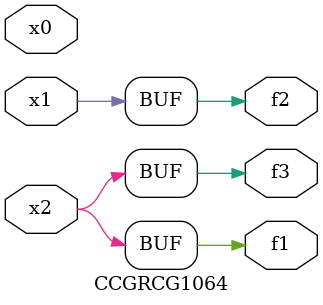
<source format=v>
module CCGRCG1064(
	input x0, x1, x2,
	output f1, f2, f3
);
	assign f1 = x2;
	assign f2 = x1;
	assign f3 = x2;
endmodule

</source>
